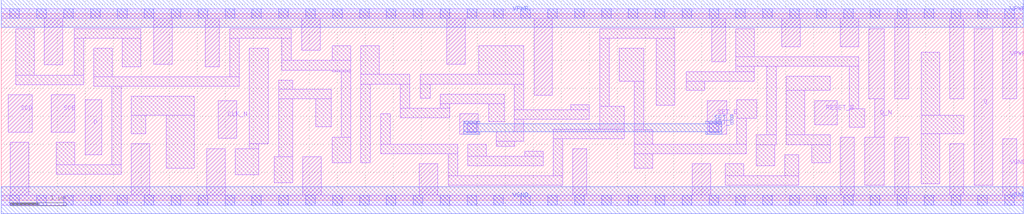
<source format=lef>
# Copyright 2020 The SkyWater PDK Authors
#
# Licensed under the Apache License, Version 2.0 (the "License");
# you may not use this file except in compliance with the License.
# You may obtain a copy of the License at
#
#     https://www.apache.org/licenses/LICENSE-2.0
#
# Unless required by applicable law or agreed to in writing, software
# distributed under the License is distributed on an "AS IS" BASIS,
# WITHOUT WARRANTIES OR CONDITIONS OF ANY KIND, either express or implied.
# See the License for the specific language governing permissions and
# limitations under the License.
#
# SPDX-License-Identifier: Apache-2.0

VERSION 5.7 ;
  NAMESCASESENSITIVE ON ;
  NOWIREEXTENSIONATPIN ON ;
  DIVIDERCHAR "/" ;
  BUSBITCHARS "[]" ;
UNITS
  DATABASE MICRONS 200 ;
END UNITS
MACRO sky130_fd_sc_lp__sdfbbn_2
  CLASS CORE ;
  SOURCE USER ;
  FOREIGN sky130_fd_sc_lp__sdfbbn_2 ;
  ORIGIN  0.000000  0.000000 ;
  SIZE  18.24000 BY  3.330000 ;
  SYMMETRY X Y R90 ;
  SITE unit ;
  PIN D
    ANTENNAGATEAREA  0.159000 ;
    DIRECTION INPUT ;
    USE SIGNAL ;
    PORT
      LAYER li1 ;
        RECT 1.495000 0.810000 1.795000 1.795000 ;
    END
  END D
  PIN Q
    ANTENNADIFFAREA  0.588000 ;
    DIRECTION OUTPUT ;
    USE SIGNAL ;
    PORT
      LAYER li1 ;
        RECT 17.365000 0.265000 17.695000 3.065000 ;
    END
  END Q
  PIN Q_N
    ANTENNADIFFAREA  0.588000 ;
    DIRECTION OUTPUT ;
    USE SIGNAL ;
    PORT
      LAYER li1 ;
        RECT 15.410000 0.265000 15.765000 1.125000 ;
        RECT 15.485000 1.815000 15.765000 3.065000 ;
        RECT 15.595000 1.125000 15.765000 1.815000 ;
    END
  END Q_N
  PIN RESET_B
    ANTENNAGATEAREA  0.159000 ;
    DIRECTION INPUT ;
    USE SIGNAL ;
    PORT
      LAYER li1 ;
        RECT 14.525000 1.345000 14.920000 1.780000 ;
    END
  END RESET_B
  PIN SCD
    ANTENNAGATEAREA  0.159000 ;
    DIRECTION INPUT ;
    USE SIGNAL ;
    PORT
      LAYER li1 ;
        RECT 0.125000 1.215000 0.550000 1.885000 ;
    END
  END SCD
  PIN SCE
    ANTENNAGATEAREA  0.318000 ;
    DIRECTION INPUT ;
    USE SIGNAL ;
    PORT
      LAYER li1 ;
        RECT 0.895000 1.215000 1.315000 1.885000 ;
    END
  END SCE
  PIN SET_B
    ANTENNAGATEAREA  0.444000 ;
    DIRECTION INPUT ;
    USE SIGNAL ;
    PORT
      LAYER li1 ;
        RECT  8.185000 1.180000  8.515000 1.545000 ;
        RECT 12.605000 1.180000 12.950000 1.780000 ;
      LAYER mcon ;
        RECT  8.315000 1.210000  8.485000 1.380000 ;
        RECT 12.635000 1.210000 12.805000 1.380000 ;
      LAYER met1 ;
        RECT  8.255000 1.180000  8.545000 1.225000 ;
        RECT  8.255000 1.225000 12.865000 1.365000 ;
        RECT  8.255000 1.365000  8.545000 1.410000 ;
        RECT 12.575000 1.180000 12.865000 1.225000 ;
        RECT 12.575000 1.365000 12.865000 1.410000 ;
    END
  END SET_B
  PIN CLK_N
    ANTENNAGATEAREA  0.159000 ;
    DIRECTION INPUT ;
    USE CLOCK ;
    PORT
      LAYER li1 ;
        RECT 3.870000 1.110000 4.200000 1.780000 ;
    END
  END CLK_N
  PIN VGND
    DIRECTION INOUT ;
    USE GROUND ;
    PORT
      LAYER li1 ;
        RECT  0.000000 -0.085000 18.240000 0.085000 ;
        RECT  0.165000  0.085000  0.495000 1.035000 ;
        RECT  2.325000  0.085000  2.655000 1.005000 ;
        RECT  3.665000  0.085000  3.995000 0.915000 ;
        RECT  5.380000  0.085000  5.710000 0.775000 ;
        RECT  7.465000  0.085000  7.795000 0.650000 ;
        RECT 10.205000  0.085000 10.455000 0.915000 ;
        RECT 12.335000  0.085000 12.665000 0.650000 ;
        RECT 14.980000  0.085000 15.230000 1.125000 ;
        RECT 15.945000  0.085000 16.195000 1.125000 ;
        RECT 16.935000  0.085000 17.185000 1.005000 ;
        RECT 17.875000  0.085000 18.125000 1.095000 ;
      LAYER mcon ;
        RECT  0.155000 -0.085000  0.325000 0.085000 ;
        RECT  0.635000 -0.085000  0.805000 0.085000 ;
        RECT  1.115000 -0.085000  1.285000 0.085000 ;
        RECT  1.595000 -0.085000  1.765000 0.085000 ;
        RECT  2.075000 -0.085000  2.245000 0.085000 ;
        RECT  2.555000 -0.085000  2.725000 0.085000 ;
        RECT  3.035000 -0.085000  3.205000 0.085000 ;
        RECT  3.515000 -0.085000  3.685000 0.085000 ;
        RECT  3.995000 -0.085000  4.165000 0.085000 ;
        RECT  4.475000 -0.085000  4.645000 0.085000 ;
        RECT  4.955000 -0.085000  5.125000 0.085000 ;
        RECT  5.435000 -0.085000  5.605000 0.085000 ;
        RECT  5.915000 -0.085000  6.085000 0.085000 ;
        RECT  6.395000 -0.085000  6.565000 0.085000 ;
        RECT  6.875000 -0.085000  7.045000 0.085000 ;
        RECT  7.355000 -0.085000  7.525000 0.085000 ;
        RECT  7.835000 -0.085000  8.005000 0.085000 ;
        RECT  8.315000 -0.085000  8.485000 0.085000 ;
        RECT  8.795000 -0.085000  8.965000 0.085000 ;
        RECT  9.275000 -0.085000  9.445000 0.085000 ;
        RECT  9.755000 -0.085000  9.925000 0.085000 ;
        RECT 10.235000 -0.085000 10.405000 0.085000 ;
        RECT 10.715000 -0.085000 10.885000 0.085000 ;
        RECT 11.195000 -0.085000 11.365000 0.085000 ;
        RECT 11.675000 -0.085000 11.845000 0.085000 ;
        RECT 12.155000 -0.085000 12.325000 0.085000 ;
        RECT 12.635000 -0.085000 12.805000 0.085000 ;
        RECT 13.115000 -0.085000 13.285000 0.085000 ;
        RECT 13.595000 -0.085000 13.765000 0.085000 ;
        RECT 14.075000 -0.085000 14.245000 0.085000 ;
        RECT 14.555000 -0.085000 14.725000 0.085000 ;
        RECT 15.035000 -0.085000 15.205000 0.085000 ;
        RECT 15.515000 -0.085000 15.685000 0.085000 ;
        RECT 15.995000 -0.085000 16.165000 0.085000 ;
        RECT 16.475000 -0.085000 16.645000 0.085000 ;
        RECT 16.955000 -0.085000 17.125000 0.085000 ;
        RECT 17.435000 -0.085000 17.605000 0.085000 ;
        RECT 17.915000 -0.085000 18.085000 0.085000 ;
      LAYER met1 ;
        RECT 0.000000 -0.245000 18.240000 0.245000 ;
    END
  END VGND
  PIN VPWR
    DIRECTION INOUT ;
    USE POWER ;
    PORT
      LAYER li1 ;
        RECT  0.000000 3.245000 18.240000 3.415000 ;
        RECT  0.770000 2.415000  1.100000 3.245000 ;
        RECT  2.720000 2.425000  3.050000 3.245000 ;
        RECT  3.645000 2.385000  3.895000 3.245000 ;
        RECT  5.360000 2.675000  5.690000 3.245000 ;
        RECT  7.955000 2.425000  8.285000 3.245000 ;
        RECT  9.510000 1.875000  9.840000 3.245000 ;
        RECT 12.685000 2.470000 12.935000 3.245000 ;
        RECT 13.935000 2.740000 14.265000 3.245000 ;
        RECT 14.975000 2.740000 15.305000 3.245000 ;
        RECT 15.945000 1.815000 16.195000 3.245000 ;
        RECT 16.935000 1.815000 17.185000 3.245000 ;
        RECT 17.875000 1.815000 18.125000 3.245000 ;
      LAYER mcon ;
        RECT  0.155000 3.245000  0.325000 3.415000 ;
        RECT  0.635000 3.245000  0.805000 3.415000 ;
        RECT  1.115000 3.245000  1.285000 3.415000 ;
        RECT  1.595000 3.245000  1.765000 3.415000 ;
        RECT  2.075000 3.245000  2.245000 3.415000 ;
        RECT  2.555000 3.245000  2.725000 3.415000 ;
        RECT  3.035000 3.245000  3.205000 3.415000 ;
        RECT  3.515000 3.245000  3.685000 3.415000 ;
        RECT  3.995000 3.245000  4.165000 3.415000 ;
        RECT  4.475000 3.245000  4.645000 3.415000 ;
        RECT  4.955000 3.245000  5.125000 3.415000 ;
        RECT  5.435000 3.245000  5.605000 3.415000 ;
        RECT  5.915000 3.245000  6.085000 3.415000 ;
        RECT  6.395000 3.245000  6.565000 3.415000 ;
        RECT  6.875000 3.245000  7.045000 3.415000 ;
        RECT  7.355000 3.245000  7.525000 3.415000 ;
        RECT  7.835000 3.245000  8.005000 3.415000 ;
        RECT  8.315000 3.245000  8.485000 3.415000 ;
        RECT  8.795000 3.245000  8.965000 3.415000 ;
        RECT  9.275000 3.245000  9.445000 3.415000 ;
        RECT  9.755000 3.245000  9.925000 3.415000 ;
        RECT 10.235000 3.245000 10.405000 3.415000 ;
        RECT 10.715000 3.245000 10.885000 3.415000 ;
        RECT 11.195000 3.245000 11.365000 3.415000 ;
        RECT 11.675000 3.245000 11.845000 3.415000 ;
        RECT 12.155000 3.245000 12.325000 3.415000 ;
        RECT 12.635000 3.245000 12.805000 3.415000 ;
        RECT 13.115000 3.245000 13.285000 3.415000 ;
        RECT 13.595000 3.245000 13.765000 3.415000 ;
        RECT 14.075000 3.245000 14.245000 3.415000 ;
        RECT 14.555000 3.245000 14.725000 3.415000 ;
        RECT 15.035000 3.245000 15.205000 3.415000 ;
        RECT 15.515000 3.245000 15.685000 3.415000 ;
        RECT 15.995000 3.245000 16.165000 3.415000 ;
        RECT 16.475000 3.245000 16.645000 3.415000 ;
        RECT 16.955000 3.245000 17.125000 3.415000 ;
        RECT 17.435000 3.245000 17.605000 3.415000 ;
        RECT 17.915000 3.245000 18.085000 3.415000 ;
      LAYER met1 ;
        RECT 0.000000 3.085000 18.240000 3.575000 ;
    END
  END VPWR
  OBS
    LAYER li1 ;
      RECT  0.260000 2.065000  1.470000 2.235000 ;
      RECT  0.260000 2.235000  0.590000 3.065000 ;
      RECT  0.985000 0.460000  2.145000 0.630000 ;
      RECT  0.985000 0.630000  1.315000 1.035000 ;
      RECT  1.300000 2.235000  1.470000 2.895000 ;
      RECT  1.300000 2.895000  2.490000 3.065000 ;
      RECT  1.650000 2.035000  4.245000 2.205000 ;
      RECT  1.650000 2.205000  1.980000 2.715000 ;
      RECT  1.975000 0.630000  2.145000 2.035000 ;
      RECT  2.160000 2.385000  2.490000 2.895000 ;
      RECT  2.325000 1.185000  2.580000 1.515000 ;
      RECT  2.325000 1.515000  3.445000 1.855000 ;
      RECT  2.945000 0.575000  3.445000 1.515000 ;
      RECT  4.075000 2.205000  4.245000 2.895000 ;
      RECT  4.075000 2.895000  5.180000 3.065000 ;
      RECT  4.175000 0.455000  4.595000 0.915000 ;
      RECT  4.425000 0.915000  4.595000 1.005000 ;
      RECT  4.425000 1.005000  4.770000 2.715000 ;
      RECT  4.870000 0.315000  5.200000 0.775000 ;
      RECT  4.950000 0.775000  5.200000 1.815000 ;
      RECT  4.950000 1.815000  5.890000 1.985000 ;
      RECT  4.950000 1.985000  5.200000 2.145000 ;
      RECT  5.010000 2.325000  6.240000 2.495000 ;
      RECT  5.010000 2.495000  5.180000 2.895000 ;
      RECT  5.615000 1.315000  5.890000 1.815000 ;
      RECT  5.910000 0.665000  6.240000 1.125000 ;
      RECT  5.910000 2.295000  6.240000 2.325000 ;
      RECT  5.910000 2.495000  6.240000 2.755000 ;
      RECT  6.070000 1.125000  6.240000 2.295000 ;
      RECT  6.420000 0.665000  6.590000 2.075000 ;
      RECT  6.420000 2.075000  7.295000 2.245000 ;
      RECT  6.420000 2.245000  6.750000 2.755000 ;
      RECT  6.770000 0.830000  8.145000 1.000000 ;
      RECT  6.770000 1.000000  6.945000 1.545000 ;
      RECT  7.125000 1.475000  8.005000 1.645000 ;
      RECT  7.125000 1.645000  7.295000 2.075000 ;
      RECT  7.475000 1.825000  7.655000 2.075000 ;
      RECT  7.475000 2.075000  9.330000 2.245000 ;
      RECT  7.835000 1.645000  8.005000 1.725000 ;
      RECT  7.835000 1.725000  8.980000 1.895000 ;
      RECT  7.975000 0.265000 10.025000 0.435000 ;
      RECT  7.975000 0.435000  8.145000 0.830000 ;
      RECT  8.325000 0.615000  9.675000 0.785000 ;
      RECT  8.325000 0.785000  8.655000 1.000000 ;
      RECT  8.525000 2.245000  9.330000 2.755000 ;
      RECT  8.705000 1.405000  8.980000 1.725000 ;
      RECT  8.835000 0.965000  9.165000 1.055000 ;
      RECT  8.835000 1.055000  9.330000 1.225000 ;
      RECT  9.160000 1.225000  9.330000 1.445000 ;
      RECT  9.160000 1.445000 10.500000 1.615000 ;
      RECT  9.160000 1.615000  9.330000 2.075000 ;
      RECT  9.345000 0.785000  9.675000 0.875000 ;
      RECT  9.855000 0.435000 10.025000 1.095000 ;
      RECT  9.855000 1.095000 11.120000 1.265000 ;
      RECT 10.170000 1.615000 10.500000 1.705000 ;
      RECT 10.680000 1.265000 11.120000 1.675000 ;
      RECT 10.680000 1.675000 10.850000 2.895000 ;
      RECT 10.680000 2.895000 12.020000 3.065000 ;
      RECT 11.030000 2.120000 11.470000 2.715000 ;
      RECT 11.300000 0.575000 11.630000 0.830000 ;
      RECT 11.300000 0.830000 13.300000 1.000000 ;
      RECT 11.300000 1.000000 11.630000 1.255000 ;
      RECT 11.300000 1.255000 11.470000 2.120000 ;
      RECT 11.690000 1.700000 12.020000 2.895000 ;
      RECT 12.230000 1.960000 12.560000 2.120000 ;
      RECT 12.230000 2.120000 13.445000 2.290000 ;
      RECT 12.925000 0.265000 14.240000 0.435000 ;
      RECT 12.925000 0.435000 13.255000 0.650000 ;
      RECT 13.115000 2.290000 13.445000 2.390000 ;
      RECT 13.115000 2.390000 15.305000 2.560000 ;
      RECT 13.115000 2.560000 13.445000 3.065000 ;
      RECT 13.130000 1.000000 13.300000 1.460000 ;
      RECT 13.130000 1.460000 13.485000 1.790000 ;
      RECT 13.480000 0.615000 13.810000 0.995000 ;
      RECT 13.480000 0.995000 13.835000 1.165000 ;
      RECT 13.665000 1.165000 13.835000 2.390000 ;
      RECT 13.990000 0.435000 14.240000 0.815000 ;
      RECT 14.015000 0.995000 14.800000 1.165000 ;
      RECT 14.015000 1.165000 14.340000 1.960000 ;
      RECT 14.015000 1.960000 14.795000 2.210000 ;
      RECT 14.470000 0.665000 14.800000 0.995000 ;
      RECT 15.135000 1.305000 15.415000 1.635000 ;
      RECT 15.135000 1.635000 15.305000 2.390000 ;
      RECT 16.425000 0.295000 16.755000 1.185000 ;
      RECT 16.425000 1.185000 17.185000 1.515000 ;
      RECT 16.425000 1.515000 16.755000 2.640000 ;
  END
END sky130_fd_sc_lp__sdfbbn_2

</source>
